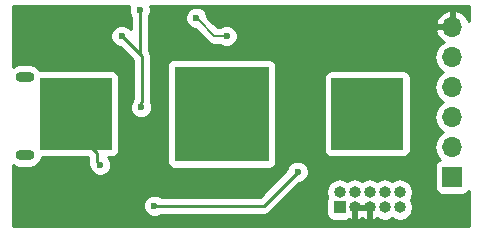
<source format=gbl>
G04 #@! TF.FileFunction,Copper,L2,Bot,Signal*
%FSLAX46Y46*%
G04 Gerber Fmt 4.6, Leading zero omitted, Abs format (unit mm)*
G04 Created by KiCad (PCBNEW 4.0.6) date Tue Sep  5 19:33:10 2017*
%MOMM*%
%LPD*%
G01*
G04 APERTURE LIST*
%ADD10C,0.150000*%
%ADD11R,6.070000X6.070000*%
%ADD12R,8.000000X8.000000*%
%ADD13O,1.597660X0.899160*%
%ADD14R,1.000000X1.000000*%
%ADD15O,1.000000X1.000000*%
%ADD16R,1.700000X1.700000*%
%ADD17O,1.700000X1.700000*%
%ADD18C,0.600000*%
%ADD19C,0.250000*%
%ADD20C,0.200000*%
%ADD21C,0.254000*%
G04 APERTURE END LIST*
D10*
D11*
X170400000Y-88200000D03*
X145740000Y-88200000D03*
D12*
X158070000Y-88200000D03*
D13*
X141400460Y-85102680D03*
X141400460Y-91701600D03*
D14*
X168060000Y-96100000D03*
D15*
X168060000Y-94830000D03*
X169330000Y-96100000D03*
X169330000Y-94830000D03*
X170600000Y-96100000D03*
X170600000Y-94830000D03*
X171870000Y-96100000D03*
X171870000Y-94830000D03*
X173140000Y-96100000D03*
X173140000Y-94830000D03*
D16*
X177600000Y-93540000D03*
D17*
X177600000Y-91000000D03*
X177600000Y-88460000D03*
X177600000Y-85920000D03*
X177600000Y-83380000D03*
X177600000Y-80840000D03*
D18*
X147798559Y-92513690D03*
X147338795Y-87863721D03*
X170400000Y-88200000D03*
X155935020Y-80071177D03*
X158500000Y-81600000D03*
X161590902Y-84635916D03*
X158600000Y-79525000D03*
X149300000Y-92400000D03*
X155200000Y-97100000D03*
X170200000Y-92400000D03*
X149000000Y-79700000D03*
X142600000Y-82100000D03*
X145300000Y-84000000D03*
X146000000Y-92600000D03*
X142100000Y-95700000D03*
X165100000Y-81000000D03*
X152380711Y-95974280D03*
X164500000Y-93100000D03*
X151126658Y-79414038D03*
X149600000Y-81600000D03*
X151244894Y-87655106D03*
D19*
X145740000Y-88200000D02*
X145740000Y-89723558D01*
X145740000Y-89723558D02*
X147498560Y-91482118D01*
X147498560Y-91482118D02*
X147498560Y-92213691D01*
X147498560Y-92213691D02*
X147798559Y-92513690D01*
X147038796Y-88163720D02*
X147338795Y-87863721D01*
X147002516Y-88200000D02*
X147038796Y-88163720D01*
X145740000Y-88200000D02*
X147002516Y-88200000D01*
D20*
X156235019Y-80371176D02*
X155935020Y-80071177D01*
X157463843Y-81600000D02*
X156235019Y-80371176D01*
X158500000Y-81600000D02*
X157463843Y-81600000D01*
D19*
X161625720Y-95974280D02*
X152804975Y-95974280D01*
X164500000Y-93100000D02*
X161625720Y-95974280D01*
X152804975Y-95974280D02*
X152380711Y-95974280D01*
X151126658Y-79838302D02*
X151126658Y-79414038D01*
X151126658Y-83126658D02*
X151126658Y-79838302D01*
X151300000Y-83300000D02*
X151126658Y-83126658D01*
X151300000Y-87175736D02*
X151300000Y-83300000D01*
X151300000Y-83300000D02*
X149600000Y-81600000D01*
X151244894Y-87655106D02*
X151244894Y-87230842D01*
X151244894Y-87230842D02*
X151300000Y-87175736D01*
D21*
G36*
X150191820Y-79227239D02*
X150191496Y-79599205D01*
X150333541Y-79942981D01*
X150366658Y-79976156D01*
X150366658Y-81044552D01*
X150130327Y-80807808D01*
X149786799Y-80665162D01*
X149414833Y-80664838D01*
X149071057Y-80806883D01*
X148807808Y-81069673D01*
X148665162Y-81413201D01*
X148664838Y-81785167D01*
X148806883Y-82128943D01*
X149069673Y-82392192D01*
X149413201Y-82534838D01*
X149460077Y-82534879D01*
X150540000Y-83614802D01*
X150540000Y-86953808D01*
X150519195Y-87058402D01*
X150452702Y-87124779D01*
X150310056Y-87468307D01*
X150309732Y-87840273D01*
X150451777Y-88184049D01*
X150714567Y-88447298D01*
X151058095Y-88589944D01*
X151430061Y-88590268D01*
X151773837Y-88448223D01*
X152037086Y-88185433D01*
X152179732Y-87841905D01*
X152180056Y-87469939D01*
X152059511Y-87178196D01*
X152060000Y-87175736D01*
X152060000Y-84200000D01*
X153422560Y-84200000D01*
X153422560Y-92200000D01*
X153466838Y-92435317D01*
X153605910Y-92651441D01*
X153818110Y-92796431D01*
X154070000Y-92847440D01*
X162070000Y-92847440D01*
X162305317Y-92803162D01*
X162521441Y-92664090D01*
X162666431Y-92451890D01*
X162717440Y-92200000D01*
X162717440Y-85165000D01*
X166717560Y-85165000D01*
X166717560Y-91235000D01*
X166761838Y-91470317D01*
X166900910Y-91686441D01*
X167113110Y-91831431D01*
X167365000Y-91882440D01*
X173435000Y-91882440D01*
X173670317Y-91838162D01*
X173886441Y-91699090D01*
X174031431Y-91486890D01*
X174082440Y-91235000D01*
X174082440Y-85165000D01*
X174038162Y-84929683D01*
X173899090Y-84713559D01*
X173686890Y-84568569D01*
X173435000Y-84517560D01*
X167365000Y-84517560D01*
X167129683Y-84561838D01*
X166913559Y-84700910D01*
X166768569Y-84913110D01*
X166717560Y-85165000D01*
X162717440Y-85165000D01*
X162717440Y-84200000D01*
X162673162Y-83964683D01*
X162534090Y-83748559D01*
X162321890Y-83603569D01*
X162070000Y-83552560D01*
X154070000Y-83552560D01*
X153834683Y-83596838D01*
X153618559Y-83735910D01*
X153473569Y-83948110D01*
X153422560Y-84200000D01*
X152060000Y-84200000D01*
X152060000Y-83300000D01*
X152002148Y-83009161D01*
X151886658Y-82836318D01*
X151886658Y-80256344D01*
X154999858Y-80256344D01*
X155141903Y-80600120D01*
X155404693Y-80863369D01*
X155748221Y-81006015D01*
X155830484Y-81006087D01*
X156944120Y-82119724D01*
X157182571Y-82279051D01*
X157463843Y-82335000D01*
X157912581Y-82335000D01*
X157969673Y-82392192D01*
X158313201Y-82534838D01*
X158685167Y-82535162D01*
X159028943Y-82393117D01*
X159292192Y-82130327D01*
X159434838Y-81786799D01*
X159435162Y-81414833D01*
X159293117Y-81071057D01*
X159030327Y-80807808D01*
X158686799Y-80665162D01*
X158314833Y-80664838D01*
X157971057Y-80806883D01*
X157912838Y-80865000D01*
X157768290Y-80865000D01*
X157386400Y-80483110D01*
X176158524Y-80483110D01*
X176279845Y-80713000D01*
X177473000Y-80713000D01*
X177473000Y-79519181D01*
X177243108Y-79398514D01*
X176718642Y-79644817D01*
X176328355Y-80073076D01*
X176158524Y-80483110D01*
X157386400Y-80483110D01*
X156870112Y-79966823D01*
X156870182Y-79886010D01*
X156728137Y-79542234D01*
X156465347Y-79278985D01*
X156121819Y-79136339D01*
X155749853Y-79136015D01*
X155406077Y-79278060D01*
X155142828Y-79540850D01*
X155000182Y-79884378D01*
X154999858Y-80256344D01*
X151886658Y-80256344D01*
X151886658Y-79976501D01*
X151918850Y-79944365D01*
X152061496Y-79600837D01*
X152061820Y-79228871D01*
X152012704Y-79110000D01*
X178990000Y-79110000D01*
X178990000Y-80358828D01*
X178871645Y-80073076D01*
X178481358Y-79644817D01*
X177956892Y-79398514D01*
X177727000Y-79519181D01*
X177727000Y-80713000D01*
X177747000Y-80713000D01*
X177747000Y-80967000D01*
X177727000Y-80967000D01*
X177727000Y-80987000D01*
X177473000Y-80987000D01*
X177473000Y-80967000D01*
X176279845Y-80967000D01*
X176158524Y-81196890D01*
X176328355Y-81606924D01*
X176718642Y-82035183D01*
X176861553Y-82102298D01*
X176520853Y-82329946D01*
X176198946Y-82811715D01*
X176085907Y-83380000D01*
X176198946Y-83948285D01*
X176520853Y-84430054D01*
X176850026Y-84650000D01*
X176520853Y-84869946D01*
X176198946Y-85351715D01*
X176085907Y-85920000D01*
X176198946Y-86488285D01*
X176520853Y-86970054D01*
X176850026Y-87190000D01*
X176520853Y-87409946D01*
X176198946Y-87891715D01*
X176085907Y-88460000D01*
X176198946Y-89028285D01*
X176520853Y-89510054D01*
X176850026Y-89730000D01*
X176520853Y-89949946D01*
X176198946Y-90431715D01*
X176085907Y-91000000D01*
X176198946Y-91568285D01*
X176520853Y-92050054D01*
X176562452Y-92077850D01*
X176514683Y-92086838D01*
X176298559Y-92225910D01*
X176153569Y-92438110D01*
X176102560Y-92690000D01*
X176102560Y-94390000D01*
X176146838Y-94625317D01*
X176285910Y-94841441D01*
X176498110Y-94986431D01*
X176750000Y-95037440D01*
X178450000Y-95037440D01*
X178685317Y-94993162D01*
X178901441Y-94854090D01*
X178990000Y-94724480D01*
X178990000Y-97690000D01*
X140410000Y-97690000D01*
X140410000Y-96159447D01*
X151445549Y-96159447D01*
X151587594Y-96503223D01*
X151850384Y-96766472D01*
X152193912Y-96909118D01*
X152565878Y-96909442D01*
X152909654Y-96767397D01*
X152942829Y-96734280D01*
X161625720Y-96734280D01*
X161916559Y-96676428D01*
X162163121Y-96511681D01*
X163074802Y-95600000D01*
X166912560Y-95600000D01*
X166912560Y-96600000D01*
X166956838Y-96835317D01*
X167095910Y-97051441D01*
X167308110Y-97196431D01*
X167560000Y-97247440D01*
X168560000Y-97247440D01*
X168795317Y-97203162D01*
X168895032Y-97138997D01*
X169028126Y-97194119D01*
X169203000Y-97067954D01*
X169203000Y-96621925D01*
X169207440Y-96600000D01*
X169207440Y-96227000D01*
X169457000Y-96227000D01*
X169457000Y-97067954D01*
X169631874Y-97194119D01*
X169890209Y-97087127D01*
X169965000Y-97022511D01*
X170039791Y-97087127D01*
X170298126Y-97194119D01*
X170473000Y-97067954D01*
X170473000Y-96227000D01*
X169457000Y-96227000D01*
X169207440Y-96227000D01*
X169207440Y-95962857D01*
X169330000Y-95987236D01*
X169457000Y-95961974D01*
X169457000Y-95973000D01*
X170473000Y-95973000D01*
X170473000Y-95961974D01*
X170600000Y-95987236D01*
X170727000Y-95961974D01*
X170727000Y-95973000D01*
X170747000Y-95973000D01*
X170747000Y-96017436D01*
X170735000Y-96077764D01*
X170735000Y-96122236D01*
X170747000Y-96182564D01*
X170747000Y-96227000D01*
X170727000Y-96227000D01*
X170727000Y-97067954D01*
X170901874Y-97194119D01*
X171160209Y-97087127D01*
X171225696Y-97030549D01*
X171435654Y-97170839D01*
X171870000Y-97257236D01*
X172304346Y-97170839D01*
X172505000Y-97036766D01*
X172705654Y-97170839D01*
X173140000Y-97257236D01*
X173574346Y-97170839D01*
X173942566Y-96924802D01*
X174188603Y-96556582D01*
X174275000Y-96122236D01*
X174275000Y-96077764D01*
X174188603Y-95643418D01*
X174069388Y-95465000D01*
X174188603Y-95286582D01*
X174275000Y-94852236D01*
X174275000Y-94807764D01*
X174188603Y-94373418D01*
X173942566Y-94005198D01*
X173574346Y-93759161D01*
X173140000Y-93672764D01*
X172705654Y-93759161D01*
X172505000Y-93893234D01*
X172304346Y-93759161D01*
X171870000Y-93672764D01*
X171435654Y-93759161D01*
X171235000Y-93893234D01*
X171034346Y-93759161D01*
X170600000Y-93672764D01*
X170165654Y-93759161D01*
X169965000Y-93893234D01*
X169764346Y-93759161D01*
X169330000Y-93672764D01*
X168895654Y-93759161D01*
X168695000Y-93893234D01*
X168494346Y-93759161D01*
X168060000Y-93672764D01*
X167625654Y-93759161D01*
X167257434Y-94005198D01*
X167011397Y-94373418D01*
X166925000Y-94807764D01*
X166925000Y-94852236D01*
X167010092Y-95280021D01*
X166963569Y-95348110D01*
X166912560Y-95600000D01*
X163074802Y-95600000D01*
X164639680Y-94035122D01*
X164685167Y-94035162D01*
X165028943Y-93893117D01*
X165292192Y-93630327D01*
X165434838Y-93286799D01*
X165435162Y-92914833D01*
X165293117Y-92571057D01*
X165030327Y-92307808D01*
X164686799Y-92165162D01*
X164314833Y-92164838D01*
X163971057Y-92306883D01*
X163707808Y-92569673D01*
X163565162Y-92913201D01*
X163565121Y-92960077D01*
X161310918Y-95214280D01*
X152943174Y-95214280D01*
X152911038Y-95182088D01*
X152567510Y-95039442D01*
X152195544Y-95039118D01*
X151851768Y-95181163D01*
X151588519Y-95443953D01*
X151445873Y-95787481D01*
X151445549Y-96159447D01*
X140410000Y-96159447D01*
X140410000Y-92571276D01*
X140608069Y-92703621D01*
X141023120Y-92786180D01*
X141777800Y-92786180D01*
X142192851Y-92703621D01*
X142544714Y-92468514D01*
X142779821Y-92116651D01*
X142826409Y-91882440D01*
X146738560Y-91882440D01*
X146738560Y-92213691D01*
X146796412Y-92504530D01*
X146863479Y-92604903D01*
X146863397Y-92698857D01*
X147005442Y-93042633D01*
X147268232Y-93305882D01*
X147611760Y-93448528D01*
X147983726Y-93448852D01*
X148327502Y-93306807D01*
X148590751Y-93044017D01*
X148733397Y-92700489D01*
X148733721Y-92328523D01*
X148591676Y-91984747D01*
X148489547Y-91882440D01*
X148775000Y-91882440D01*
X149010317Y-91838162D01*
X149226441Y-91699090D01*
X149371431Y-91486890D01*
X149422440Y-91235000D01*
X149422440Y-85165000D01*
X149378162Y-84929683D01*
X149239090Y-84713559D01*
X149026890Y-84568569D01*
X148775000Y-84517560D01*
X142705000Y-84517560D01*
X142670520Y-84524048D01*
X142544714Y-84335766D01*
X142192851Y-84100659D01*
X141777800Y-84018100D01*
X141023120Y-84018100D01*
X140608069Y-84100659D01*
X140410000Y-84233004D01*
X140410000Y-79110000D01*
X150240502Y-79110000D01*
X150191820Y-79227239D01*
X150191820Y-79227239D01*
G37*
X150191820Y-79227239D02*
X150191496Y-79599205D01*
X150333541Y-79942981D01*
X150366658Y-79976156D01*
X150366658Y-81044552D01*
X150130327Y-80807808D01*
X149786799Y-80665162D01*
X149414833Y-80664838D01*
X149071057Y-80806883D01*
X148807808Y-81069673D01*
X148665162Y-81413201D01*
X148664838Y-81785167D01*
X148806883Y-82128943D01*
X149069673Y-82392192D01*
X149413201Y-82534838D01*
X149460077Y-82534879D01*
X150540000Y-83614802D01*
X150540000Y-86953808D01*
X150519195Y-87058402D01*
X150452702Y-87124779D01*
X150310056Y-87468307D01*
X150309732Y-87840273D01*
X150451777Y-88184049D01*
X150714567Y-88447298D01*
X151058095Y-88589944D01*
X151430061Y-88590268D01*
X151773837Y-88448223D01*
X152037086Y-88185433D01*
X152179732Y-87841905D01*
X152180056Y-87469939D01*
X152059511Y-87178196D01*
X152060000Y-87175736D01*
X152060000Y-84200000D01*
X153422560Y-84200000D01*
X153422560Y-92200000D01*
X153466838Y-92435317D01*
X153605910Y-92651441D01*
X153818110Y-92796431D01*
X154070000Y-92847440D01*
X162070000Y-92847440D01*
X162305317Y-92803162D01*
X162521441Y-92664090D01*
X162666431Y-92451890D01*
X162717440Y-92200000D01*
X162717440Y-85165000D01*
X166717560Y-85165000D01*
X166717560Y-91235000D01*
X166761838Y-91470317D01*
X166900910Y-91686441D01*
X167113110Y-91831431D01*
X167365000Y-91882440D01*
X173435000Y-91882440D01*
X173670317Y-91838162D01*
X173886441Y-91699090D01*
X174031431Y-91486890D01*
X174082440Y-91235000D01*
X174082440Y-85165000D01*
X174038162Y-84929683D01*
X173899090Y-84713559D01*
X173686890Y-84568569D01*
X173435000Y-84517560D01*
X167365000Y-84517560D01*
X167129683Y-84561838D01*
X166913559Y-84700910D01*
X166768569Y-84913110D01*
X166717560Y-85165000D01*
X162717440Y-85165000D01*
X162717440Y-84200000D01*
X162673162Y-83964683D01*
X162534090Y-83748559D01*
X162321890Y-83603569D01*
X162070000Y-83552560D01*
X154070000Y-83552560D01*
X153834683Y-83596838D01*
X153618559Y-83735910D01*
X153473569Y-83948110D01*
X153422560Y-84200000D01*
X152060000Y-84200000D01*
X152060000Y-83300000D01*
X152002148Y-83009161D01*
X151886658Y-82836318D01*
X151886658Y-80256344D01*
X154999858Y-80256344D01*
X155141903Y-80600120D01*
X155404693Y-80863369D01*
X155748221Y-81006015D01*
X155830484Y-81006087D01*
X156944120Y-82119724D01*
X157182571Y-82279051D01*
X157463843Y-82335000D01*
X157912581Y-82335000D01*
X157969673Y-82392192D01*
X158313201Y-82534838D01*
X158685167Y-82535162D01*
X159028943Y-82393117D01*
X159292192Y-82130327D01*
X159434838Y-81786799D01*
X159435162Y-81414833D01*
X159293117Y-81071057D01*
X159030327Y-80807808D01*
X158686799Y-80665162D01*
X158314833Y-80664838D01*
X157971057Y-80806883D01*
X157912838Y-80865000D01*
X157768290Y-80865000D01*
X157386400Y-80483110D01*
X176158524Y-80483110D01*
X176279845Y-80713000D01*
X177473000Y-80713000D01*
X177473000Y-79519181D01*
X177243108Y-79398514D01*
X176718642Y-79644817D01*
X176328355Y-80073076D01*
X176158524Y-80483110D01*
X157386400Y-80483110D01*
X156870112Y-79966823D01*
X156870182Y-79886010D01*
X156728137Y-79542234D01*
X156465347Y-79278985D01*
X156121819Y-79136339D01*
X155749853Y-79136015D01*
X155406077Y-79278060D01*
X155142828Y-79540850D01*
X155000182Y-79884378D01*
X154999858Y-80256344D01*
X151886658Y-80256344D01*
X151886658Y-79976501D01*
X151918850Y-79944365D01*
X152061496Y-79600837D01*
X152061820Y-79228871D01*
X152012704Y-79110000D01*
X178990000Y-79110000D01*
X178990000Y-80358828D01*
X178871645Y-80073076D01*
X178481358Y-79644817D01*
X177956892Y-79398514D01*
X177727000Y-79519181D01*
X177727000Y-80713000D01*
X177747000Y-80713000D01*
X177747000Y-80967000D01*
X177727000Y-80967000D01*
X177727000Y-80987000D01*
X177473000Y-80987000D01*
X177473000Y-80967000D01*
X176279845Y-80967000D01*
X176158524Y-81196890D01*
X176328355Y-81606924D01*
X176718642Y-82035183D01*
X176861553Y-82102298D01*
X176520853Y-82329946D01*
X176198946Y-82811715D01*
X176085907Y-83380000D01*
X176198946Y-83948285D01*
X176520853Y-84430054D01*
X176850026Y-84650000D01*
X176520853Y-84869946D01*
X176198946Y-85351715D01*
X176085907Y-85920000D01*
X176198946Y-86488285D01*
X176520853Y-86970054D01*
X176850026Y-87190000D01*
X176520853Y-87409946D01*
X176198946Y-87891715D01*
X176085907Y-88460000D01*
X176198946Y-89028285D01*
X176520853Y-89510054D01*
X176850026Y-89730000D01*
X176520853Y-89949946D01*
X176198946Y-90431715D01*
X176085907Y-91000000D01*
X176198946Y-91568285D01*
X176520853Y-92050054D01*
X176562452Y-92077850D01*
X176514683Y-92086838D01*
X176298559Y-92225910D01*
X176153569Y-92438110D01*
X176102560Y-92690000D01*
X176102560Y-94390000D01*
X176146838Y-94625317D01*
X176285910Y-94841441D01*
X176498110Y-94986431D01*
X176750000Y-95037440D01*
X178450000Y-95037440D01*
X178685317Y-94993162D01*
X178901441Y-94854090D01*
X178990000Y-94724480D01*
X178990000Y-97690000D01*
X140410000Y-97690000D01*
X140410000Y-96159447D01*
X151445549Y-96159447D01*
X151587594Y-96503223D01*
X151850384Y-96766472D01*
X152193912Y-96909118D01*
X152565878Y-96909442D01*
X152909654Y-96767397D01*
X152942829Y-96734280D01*
X161625720Y-96734280D01*
X161916559Y-96676428D01*
X162163121Y-96511681D01*
X163074802Y-95600000D01*
X166912560Y-95600000D01*
X166912560Y-96600000D01*
X166956838Y-96835317D01*
X167095910Y-97051441D01*
X167308110Y-97196431D01*
X167560000Y-97247440D01*
X168560000Y-97247440D01*
X168795317Y-97203162D01*
X168895032Y-97138997D01*
X169028126Y-97194119D01*
X169203000Y-97067954D01*
X169203000Y-96621925D01*
X169207440Y-96600000D01*
X169207440Y-96227000D01*
X169457000Y-96227000D01*
X169457000Y-97067954D01*
X169631874Y-97194119D01*
X169890209Y-97087127D01*
X169965000Y-97022511D01*
X170039791Y-97087127D01*
X170298126Y-97194119D01*
X170473000Y-97067954D01*
X170473000Y-96227000D01*
X169457000Y-96227000D01*
X169207440Y-96227000D01*
X169207440Y-95962857D01*
X169330000Y-95987236D01*
X169457000Y-95961974D01*
X169457000Y-95973000D01*
X170473000Y-95973000D01*
X170473000Y-95961974D01*
X170600000Y-95987236D01*
X170727000Y-95961974D01*
X170727000Y-95973000D01*
X170747000Y-95973000D01*
X170747000Y-96017436D01*
X170735000Y-96077764D01*
X170735000Y-96122236D01*
X170747000Y-96182564D01*
X170747000Y-96227000D01*
X170727000Y-96227000D01*
X170727000Y-97067954D01*
X170901874Y-97194119D01*
X171160209Y-97087127D01*
X171225696Y-97030549D01*
X171435654Y-97170839D01*
X171870000Y-97257236D01*
X172304346Y-97170839D01*
X172505000Y-97036766D01*
X172705654Y-97170839D01*
X173140000Y-97257236D01*
X173574346Y-97170839D01*
X173942566Y-96924802D01*
X174188603Y-96556582D01*
X174275000Y-96122236D01*
X174275000Y-96077764D01*
X174188603Y-95643418D01*
X174069388Y-95465000D01*
X174188603Y-95286582D01*
X174275000Y-94852236D01*
X174275000Y-94807764D01*
X174188603Y-94373418D01*
X173942566Y-94005198D01*
X173574346Y-93759161D01*
X173140000Y-93672764D01*
X172705654Y-93759161D01*
X172505000Y-93893234D01*
X172304346Y-93759161D01*
X171870000Y-93672764D01*
X171435654Y-93759161D01*
X171235000Y-93893234D01*
X171034346Y-93759161D01*
X170600000Y-93672764D01*
X170165654Y-93759161D01*
X169965000Y-93893234D01*
X169764346Y-93759161D01*
X169330000Y-93672764D01*
X168895654Y-93759161D01*
X168695000Y-93893234D01*
X168494346Y-93759161D01*
X168060000Y-93672764D01*
X167625654Y-93759161D01*
X167257434Y-94005198D01*
X167011397Y-94373418D01*
X166925000Y-94807764D01*
X166925000Y-94852236D01*
X167010092Y-95280021D01*
X166963569Y-95348110D01*
X166912560Y-95600000D01*
X163074802Y-95600000D01*
X164639680Y-94035122D01*
X164685167Y-94035162D01*
X165028943Y-93893117D01*
X165292192Y-93630327D01*
X165434838Y-93286799D01*
X165435162Y-92914833D01*
X165293117Y-92571057D01*
X165030327Y-92307808D01*
X164686799Y-92165162D01*
X164314833Y-92164838D01*
X163971057Y-92306883D01*
X163707808Y-92569673D01*
X163565162Y-92913201D01*
X163565121Y-92960077D01*
X161310918Y-95214280D01*
X152943174Y-95214280D01*
X152911038Y-95182088D01*
X152567510Y-95039442D01*
X152195544Y-95039118D01*
X151851768Y-95181163D01*
X151588519Y-95443953D01*
X151445873Y-95787481D01*
X151445549Y-96159447D01*
X140410000Y-96159447D01*
X140410000Y-92571276D01*
X140608069Y-92703621D01*
X141023120Y-92786180D01*
X141777800Y-92786180D01*
X142192851Y-92703621D01*
X142544714Y-92468514D01*
X142779821Y-92116651D01*
X142826409Y-91882440D01*
X146738560Y-91882440D01*
X146738560Y-92213691D01*
X146796412Y-92504530D01*
X146863479Y-92604903D01*
X146863397Y-92698857D01*
X147005442Y-93042633D01*
X147268232Y-93305882D01*
X147611760Y-93448528D01*
X147983726Y-93448852D01*
X148327502Y-93306807D01*
X148590751Y-93044017D01*
X148733397Y-92700489D01*
X148733721Y-92328523D01*
X148591676Y-91984747D01*
X148489547Y-91882440D01*
X148775000Y-91882440D01*
X149010317Y-91838162D01*
X149226441Y-91699090D01*
X149371431Y-91486890D01*
X149422440Y-91235000D01*
X149422440Y-85165000D01*
X149378162Y-84929683D01*
X149239090Y-84713559D01*
X149026890Y-84568569D01*
X148775000Y-84517560D01*
X142705000Y-84517560D01*
X142670520Y-84524048D01*
X142544714Y-84335766D01*
X142192851Y-84100659D01*
X141777800Y-84018100D01*
X141023120Y-84018100D01*
X140608069Y-84100659D01*
X140410000Y-84233004D01*
X140410000Y-79110000D01*
X150240502Y-79110000D01*
X150191820Y-79227239D01*
M02*

</source>
